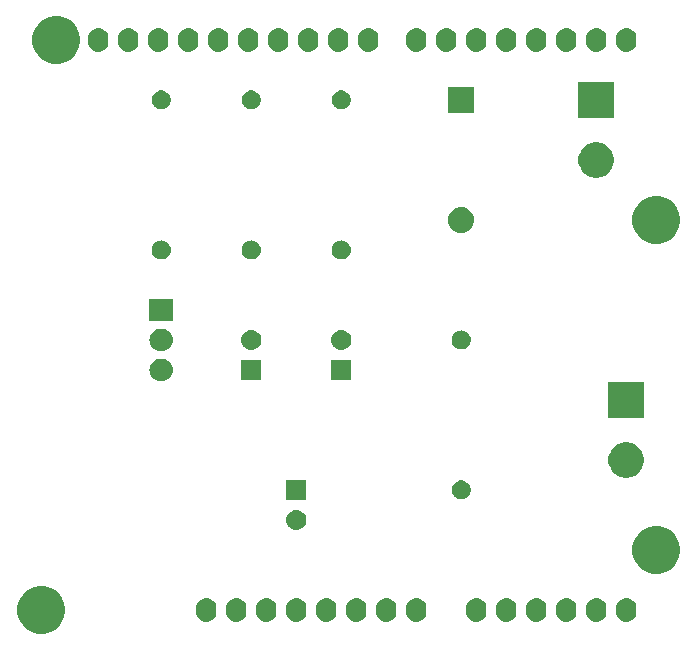
<source format=gts>
G04 #@! TF.GenerationSoftware,KiCad,Pcbnew,(5.0.2)-1*
G04 #@! TF.CreationDate,2018-12-31T00:39:44+01:00*
G04 #@! TF.ProjectId,pcb,7063622e-6b69-4636-9164-5f7063625858,1.1*
G04 #@! TF.SameCoordinates,Original*
G04 #@! TF.FileFunction,Soldermask,Top*
G04 #@! TF.FilePolarity,Negative*
%FSLAX46Y46*%
G04 Gerber Fmt 4.6, Leading zero omitted, Abs format (unit mm)*
G04 Created by KiCad (PCBNEW (5.0.2)-1) date 31/12/2018 00:39:44*
%MOMM*%
%LPD*%
G01*
G04 APERTURE LIST*
%ADD10C,0.100000*%
G04 APERTURE END LIST*
D10*
G36*
X125560712Y-121871088D02*
X125930510Y-122024263D01*
X125930513Y-122024265D01*
X126263325Y-122246643D01*
X126546357Y-122529675D01*
X126730204Y-122804822D01*
X126768737Y-122862490D01*
X126921912Y-123232288D01*
X127000000Y-123624864D01*
X127000000Y-124025136D01*
X126921912Y-124417712D01*
X126768737Y-124787510D01*
X126768735Y-124787513D01*
X126546357Y-125120325D01*
X126263325Y-125403357D01*
X125930513Y-125625735D01*
X125930510Y-125625737D01*
X125560712Y-125778912D01*
X125168136Y-125857000D01*
X124767864Y-125857000D01*
X124375288Y-125778912D01*
X124005490Y-125625737D01*
X124005487Y-125625735D01*
X123672675Y-125403357D01*
X123389643Y-125120325D01*
X123167265Y-124787513D01*
X123167263Y-124787510D01*
X123014088Y-124417712D01*
X122936000Y-124025136D01*
X122936000Y-123624864D01*
X123014088Y-123232288D01*
X123167263Y-122862490D01*
X123205796Y-122804822D01*
X123389643Y-122529675D01*
X123672675Y-122246643D01*
X124005487Y-122024265D01*
X124005490Y-122024263D01*
X124375288Y-121871088D01*
X124767864Y-121793000D01*
X125168136Y-121793000D01*
X125560712Y-121871088D01*
X125560712Y-121871088D01*
G37*
G36*
X139107294Y-122821496D02*
X139227726Y-122858029D01*
X139270087Y-122870879D01*
X139420112Y-122951068D01*
X139551612Y-123058988D01*
X139659532Y-123190488D01*
X139739721Y-123340512D01*
X139752571Y-123382873D01*
X139789104Y-123503305D01*
X139789104Y-123503307D01*
X139801600Y-123630179D01*
X139801600Y-124019820D01*
X139801076Y-124025136D01*
X139789104Y-124146694D01*
X139752571Y-124267128D01*
X139739721Y-124309488D01*
X139659532Y-124459512D01*
X139551612Y-124591012D01*
X139420112Y-124698932D01*
X139270088Y-124779121D01*
X139242433Y-124787510D01*
X139107295Y-124828504D01*
X138994432Y-124839620D01*
X138938001Y-124845178D01*
X138938000Y-124845178D01*
X138768706Y-124828504D01*
X138633568Y-124787510D01*
X138605913Y-124779121D01*
X138455889Y-124698932D01*
X138365946Y-124625117D01*
X138324388Y-124591012D01*
X138216469Y-124459512D01*
X138194127Y-124417713D01*
X138136279Y-124309488D01*
X138123429Y-124267127D01*
X138086896Y-124146695D01*
X138078565Y-124062112D01*
X138074400Y-124019821D01*
X138074400Y-123630180D01*
X138086896Y-123503308D01*
X138086896Y-123503306D01*
X138136278Y-123340517D01*
X138136279Y-123340513D01*
X138216468Y-123190488D01*
X138324388Y-123058988D01*
X138455888Y-122951068D01*
X138605912Y-122870879D01*
X138648273Y-122858029D01*
X138768705Y-122821496D01*
X138881568Y-122810380D01*
X138937999Y-122804822D01*
X138938000Y-122804822D01*
X139107294Y-122821496D01*
X139107294Y-122821496D01*
G37*
G36*
X141647294Y-122821496D02*
X141767726Y-122858029D01*
X141810087Y-122870879D01*
X141960112Y-122951068D01*
X142091612Y-123058988D01*
X142199532Y-123190488D01*
X142279721Y-123340512D01*
X142292571Y-123382873D01*
X142329104Y-123503305D01*
X142329104Y-123503307D01*
X142341600Y-123630179D01*
X142341600Y-124019820D01*
X142341076Y-124025136D01*
X142329104Y-124146694D01*
X142292571Y-124267128D01*
X142279721Y-124309488D01*
X142199532Y-124459512D01*
X142091612Y-124591012D01*
X141960112Y-124698932D01*
X141810088Y-124779121D01*
X141782433Y-124787510D01*
X141647295Y-124828504D01*
X141534432Y-124839620D01*
X141478001Y-124845178D01*
X141478000Y-124845178D01*
X141308706Y-124828504D01*
X141173568Y-124787510D01*
X141145913Y-124779121D01*
X140995889Y-124698932D01*
X140905946Y-124625117D01*
X140864388Y-124591012D01*
X140756469Y-124459512D01*
X140734127Y-124417713D01*
X140676279Y-124309488D01*
X140663429Y-124267127D01*
X140626896Y-124146695D01*
X140618565Y-124062112D01*
X140614400Y-124019821D01*
X140614400Y-123630180D01*
X140626896Y-123503308D01*
X140626896Y-123503306D01*
X140676278Y-123340517D01*
X140676279Y-123340513D01*
X140756468Y-123190488D01*
X140864388Y-123058988D01*
X140995888Y-122951068D01*
X141145912Y-122870879D01*
X141188273Y-122858029D01*
X141308705Y-122821496D01*
X141421568Y-122810380D01*
X141477999Y-122804822D01*
X141478000Y-122804822D01*
X141647294Y-122821496D01*
X141647294Y-122821496D01*
G37*
G36*
X144187294Y-122821496D02*
X144307726Y-122858029D01*
X144350087Y-122870879D01*
X144500112Y-122951068D01*
X144631612Y-123058988D01*
X144739532Y-123190488D01*
X144819721Y-123340512D01*
X144832571Y-123382873D01*
X144869104Y-123503305D01*
X144869104Y-123503307D01*
X144881600Y-123630179D01*
X144881600Y-124019820D01*
X144881076Y-124025136D01*
X144869104Y-124146694D01*
X144832571Y-124267128D01*
X144819721Y-124309488D01*
X144739532Y-124459512D01*
X144631612Y-124591012D01*
X144500112Y-124698932D01*
X144350088Y-124779121D01*
X144322433Y-124787510D01*
X144187295Y-124828504D01*
X144074432Y-124839620D01*
X144018001Y-124845178D01*
X144018000Y-124845178D01*
X143848706Y-124828504D01*
X143713568Y-124787510D01*
X143685913Y-124779121D01*
X143535889Y-124698932D01*
X143445946Y-124625117D01*
X143404388Y-124591012D01*
X143296469Y-124459512D01*
X143274127Y-124417713D01*
X143216279Y-124309488D01*
X143203429Y-124267127D01*
X143166896Y-124146695D01*
X143158565Y-124062112D01*
X143154400Y-124019821D01*
X143154400Y-123630180D01*
X143166896Y-123503308D01*
X143166896Y-123503306D01*
X143216278Y-123340517D01*
X143216279Y-123340513D01*
X143296468Y-123190488D01*
X143404388Y-123058988D01*
X143535888Y-122951068D01*
X143685912Y-122870879D01*
X143728273Y-122858029D01*
X143848705Y-122821496D01*
X143961568Y-122810380D01*
X144017999Y-122804822D01*
X144018000Y-122804822D01*
X144187294Y-122821496D01*
X144187294Y-122821496D01*
G37*
G36*
X146727294Y-122821496D02*
X146847726Y-122858029D01*
X146890087Y-122870879D01*
X147040112Y-122951068D01*
X147171612Y-123058988D01*
X147279532Y-123190488D01*
X147359721Y-123340512D01*
X147372571Y-123382873D01*
X147409104Y-123503305D01*
X147409104Y-123503307D01*
X147421600Y-123630179D01*
X147421600Y-124019820D01*
X147421076Y-124025136D01*
X147409104Y-124146694D01*
X147372571Y-124267128D01*
X147359721Y-124309488D01*
X147279532Y-124459512D01*
X147171612Y-124591012D01*
X147040112Y-124698932D01*
X146890088Y-124779121D01*
X146862433Y-124787510D01*
X146727295Y-124828504D01*
X146614432Y-124839620D01*
X146558001Y-124845178D01*
X146558000Y-124845178D01*
X146388706Y-124828504D01*
X146253568Y-124787510D01*
X146225913Y-124779121D01*
X146075889Y-124698932D01*
X145985946Y-124625117D01*
X145944388Y-124591012D01*
X145836469Y-124459512D01*
X145814127Y-124417713D01*
X145756279Y-124309488D01*
X145743429Y-124267127D01*
X145706896Y-124146695D01*
X145698565Y-124062112D01*
X145694400Y-124019821D01*
X145694400Y-123630180D01*
X145706896Y-123503308D01*
X145706896Y-123503306D01*
X145756278Y-123340517D01*
X145756279Y-123340513D01*
X145836468Y-123190488D01*
X145944388Y-123058988D01*
X146075888Y-122951068D01*
X146225912Y-122870879D01*
X146268273Y-122858029D01*
X146388705Y-122821496D01*
X146501568Y-122810380D01*
X146557999Y-122804822D01*
X146558000Y-122804822D01*
X146727294Y-122821496D01*
X146727294Y-122821496D01*
G37*
G36*
X149267294Y-122821496D02*
X149387726Y-122858029D01*
X149430087Y-122870879D01*
X149580112Y-122951068D01*
X149711612Y-123058988D01*
X149819532Y-123190488D01*
X149899721Y-123340512D01*
X149912571Y-123382873D01*
X149949104Y-123503305D01*
X149949104Y-123503307D01*
X149961600Y-123630179D01*
X149961600Y-124019820D01*
X149961076Y-124025136D01*
X149949104Y-124146694D01*
X149912571Y-124267128D01*
X149899721Y-124309488D01*
X149819532Y-124459512D01*
X149711612Y-124591012D01*
X149580112Y-124698932D01*
X149430088Y-124779121D01*
X149402433Y-124787510D01*
X149267295Y-124828504D01*
X149154432Y-124839620D01*
X149098001Y-124845178D01*
X149098000Y-124845178D01*
X148928706Y-124828504D01*
X148793568Y-124787510D01*
X148765913Y-124779121D01*
X148615889Y-124698932D01*
X148525946Y-124625117D01*
X148484388Y-124591012D01*
X148376469Y-124459512D01*
X148354127Y-124417713D01*
X148296279Y-124309488D01*
X148283429Y-124267127D01*
X148246896Y-124146695D01*
X148238565Y-124062112D01*
X148234400Y-124019821D01*
X148234400Y-123630180D01*
X148246896Y-123503308D01*
X148246896Y-123503306D01*
X148296278Y-123340517D01*
X148296279Y-123340513D01*
X148376468Y-123190488D01*
X148484388Y-123058988D01*
X148615888Y-122951068D01*
X148765912Y-122870879D01*
X148808273Y-122858029D01*
X148928705Y-122821496D01*
X149041568Y-122810380D01*
X149097999Y-122804822D01*
X149098000Y-122804822D01*
X149267294Y-122821496D01*
X149267294Y-122821496D01*
G37*
G36*
X151807294Y-122821496D02*
X151927726Y-122858029D01*
X151970087Y-122870879D01*
X152120112Y-122951068D01*
X152251612Y-123058988D01*
X152359532Y-123190488D01*
X152439721Y-123340512D01*
X152452571Y-123382873D01*
X152489104Y-123503305D01*
X152489104Y-123503307D01*
X152501600Y-123630179D01*
X152501600Y-124019820D01*
X152501076Y-124025136D01*
X152489104Y-124146694D01*
X152452571Y-124267128D01*
X152439721Y-124309488D01*
X152359532Y-124459512D01*
X152251612Y-124591012D01*
X152120112Y-124698932D01*
X151970088Y-124779121D01*
X151942433Y-124787510D01*
X151807295Y-124828504D01*
X151694432Y-124839620D01*
X151638001Y-124845178D01*
X151638000Y-124845178D01*
X151468706Y-124828504D01*
X151333568Y-124787510D01*
X151305913Y-124779121D01*
X151155889Y-124698932D01*
X151065946Y-124625117D01*
X151024388Y-124591012D01*
X150916469Y-124459512D01*
X150894127Y-124417713D01*
X150836279Y-124309488D01*
X150823429Y-124267127D01*
X150786896Y-124146695D01*
X150778565Y-124062112D01*
X150774400Y-124019821D01*
X150774400Y-123630180D01*
X150786896Y-123503308D01*
X150786896Y-123503306D01*
X150836278Y-123340517D01*
X150836279Y-123340513D01*
X150916468Y-123190488D01*
X151024388Y-123058988D01*
X151155888Y-122951068D01*
X151305912Y-122870879D01*
X151348273Y-122858029D01*
X151468705Y-122821496D01*
X151581568Y-122810380D01*
X151637999Y-122804822D01*
X151638000Y-122804822D01*
X151807294Y-122821496D01*
X151807294Y-122821496D01*
G37*
G36*
X154347294Y-122821496D02*
X154467726Y-122858029D01*
X154510087Y-122870879D01*
X154660112Y-122951068D01*
X154791612Y-123058988D01*
X154899532Y-123190488D01*
X154979721Y-123340512D01*
X154992571Y-123382873D01*
X155029104Y-123503305D01*
X155029104Y-123503307D01*
X155041600Y-123630179D01*
X155041600Y-124019820D01*
X155041076Y-124025136D01*
X155029104Y-124146694D01*
X154992571Y-124267128D01*
X154979721Y-124309488D01*
X154899532Y-124459512D01*
X154791612Y-124591012D01*
X154660112Y-124698932D01*
X154510088Y-124779121D01*
X154482433Y-124787510D01*
X154347295Y-124828504D01*
X154234432Y-124839620D01*
X154178001Y-124845178D01*
X154178000Y-124845178D01*
X154008706Y-124828504D01*
X153873568Y-124787510D01*
X153845913Y-124779121D01*
X153695889Y-124698932D01*
X153605946Y-124625117D01*
X153564388Y-124591012D01*
X153456469Y-124459512D01*
X153434127Y-124417713D01*
X153376279Y-124309488D01*
X153363429Y-124267127D01*
X153326896Y-124146695D01*
X153318565Y-124062112D01*
X153314400Y-124019821D01*
X153314400Y-123630180D01*
X153326896Y-123503308D01*
X153326896Y-123503306D01*
X153376278Y-123340517D01*
X153376279Y-123340513D01*
X153456468Y-123190488D01*
X153564388Y-123058988D01*
X153695888Y-122951068D01*
X153845912Y-122870879D01*
X153888273Y-122858029D01*
X154008705Y-122821496D01*
X154121568Y-122810380D01*
X154177999Y-122804822D01*
X154178000Y-122804822D01*
X154347294Y-122821496D01*
X154347294Y-122821496D01*
G37*
G36*
X156887294Y-122821496D02*
X157007726Y-122858029D01*
X157050087Y-122870879D01*
X157200112Y-122951068D01*
X157331612Y-123058988D01*
X157439532Y-123190488D01*
X157519721Y-123340512D01*
X157532571Y-123382873D01*
X157569104Y-123503305D01*
X157569104Y-123503307D01*
X157581600Y-123630179D01*
X157581600Y-124019820D01*
X157581076Y-124025136D01*
X157569104Y-124146694D01*
X157532571Y-124267128D01*
X157519721Y-124309488D01*
X157439532Y-124459512D01*
X157331612Y-124591012D01*
X157200112Y-124698932D01*
X157050088Y-124779121D01*
X157022433Y-124787510D01*
X156887295Y-124828504D01*
X156774432Y-124839620D01*
X156718001Y-124845178D01*
X156718000Y-124845178D01*
X156548706Y-124828504D01*
X156413568Y-124787510D01*
X156385913Y-124779121D01*
X156235889Y-124698932D01*
X156145946Y-124625117D01*
X156104388Y-124591012D01*
X155996469Y-124459512D01*
X155974127Y-124417713D01*
X155916279Y-124309488D01*
X155903429Y-124267127D01*
X155866896Y-124146695D01*
X155858565Y-124062112D01*
X155854400Y-124019821D01*
X155854400Y-123630180D01*
X155866896Y-123503308D01*
X155866896Y-123503306D01*
X155916278Y-123340517D01*
X155916279Y-123340513D01*
X155996468Y-123190488D01*
X156104388Y-123058988D01*
X156235888Y-122951068D01*
X156385912Y-122870879D01*
X156428273Y-122858029D01*
X156548705Y-122821496D01*
X156661568Y-122810380D01*
X156717999Y-122804822D01*
X156718000Y-122804822D01*
X156887294Y-122821496D01*
X156887294Y-122821496D01*
G37*
G36*
X161967294Y-122821496D02*
X162087726Y-122858029D01*
X162130087Y-122870879D01*
X162280112Y-122951068D01*
X162411612Y-123058988D01*
X162519532Y-123190488D01*
X162599721Y-123340512D01*
X162612571Y-123382873D01*
X162649104Y-123503305D01*
X162649104Y-123503307D01*
X162661600Y-123630179D01*
X162661600Y-124019820D01*
X162661076Y-124025136D01*
X162649104Y-124146694D01*
X162612571Y-124267128D01*
X162599721Y-124309488D01*
X162519532Y-124459512D01*
X162411612Y-124591012D01*
X162280112Y-124698932D01*
X162130088Y-124779121D01*
X162102433Y-124787510D01*
X161967295Y-124828504D01*
X161854432Y-124839620D01*
X161798001Y-124845178D01*
X161798000Y-124845178D01*
X161628706Y-124828504D01*
X161493568Y-124787510D01*
X161465913Y-124779121D01*
X161315889Y-124698932D01*
X161225946Y-124625117D01*
X161184388Y-124591012D01*
X161076469Y-124459512D01*
X161054127Y-124417713D01*
X160996279Y-124309488D01*
X160983429Y-124267127D01*
X160946896Y-124146695D01*
X160938565Y-124062112D01*
X160934400Y-124019821D01*
X160934400Y-123630180D01*
X160946896Y-123503308D01*
X160946896Y-123503306D01*
X160996278Y-123340517D01*
X160996279Y-123340513D01*
X161076468Y-123190488D01*
X161184388Y-123058988D01*
X161315888Y-122951068D01*
X161465912Y-122870879D01*
X161508273Y-122858029D01*
X161628705Y-122821496D01*
X161741568Y-122810380D01*
X161797999Y-122804822D01*
X161798000Y-122804822D01*
X161967294Y-122821496D01*
X161967294Y-122821496D01*
G37*
G36*
X164507294Y-122821496D02*
X164627726Y-122858029D01*
X164670087Y-122870879D01*
X164820112Y-122951068D01*
X164951612Y-123058988D01*
X165059532Y-123190488D01*
X165139721Y-123340512D01*
X165152571Y-123382873D01*
X165189104Y-123503305D01*
X165189104Y-123503307D01*
X165201600Y-123630179D01*
X165201600Y-124019820D01*
X165201076Y-124025136D01*
X165189104Y-124146694D01*
X165152571Y-124267128D01*
X165139721Y-124309488D01*
X165059532Y-124459512D01*
X164951612Y-124591012D01*
X164820112Y-124698932D01*
X164670088Y-124779121D01*
X164642433Y-124787510D01*
X164507295Y-124828504D01*
X164394432Y-124839620D01*
X164338001Y-124845178D01*
X164338000Y-124845178D01*
X164168706Y-124828504D01*
X164033568Y-124787510D01*
X164005913Y-124779121D01*
X163855889Y-124698932D01*
X163765946Y-124625117D01*
X163724388Y-124591012D01*
X163616469Y-124459512D01*
X163594127Y-124417713D01*
X163536279Y-124309488D01*
X163523429Y-124267127D01*
X163486896Y-124146695D01*
X163478565Y-124062112D01*
X163474400Y-124019821D01*
X163474400Y-123630180D01*
X163486896Y-123503308D01*
X163486896Y-123503306D01*
X163536278Y-123340517D01*
X163536279Y-123340513D01*
X163616468Y-123190488D01*
X163724388Y-123058988D01*
X163855888Y-122951068D01*
X164005912Y-122870879D01*
X164048273Y-122858029D01*
X164168705Y-122821496D01*
X164281568Y-122810380D01*
X164337999Y-122804822D01*
X164338000Y-122804822D01*
X164507294Y-122821496D01*
X164507294Y-122821496D01*
G37*
G36*
X167047294Y-122821496D02*
X167167726Y-122858029D01*
X167210087Y-122870879D01*
X167360112Y-122951068D01*
X167491612Y-123058988D01*
X167599532Y-123190488D01*
X167679721Y-123340512D01*
X167692571Y-123382873D01*
X167729104Y-123503305D01*
X167729104Y-123503307D01*
X167741600Y-123630179D01*
X167741600Y-124019820D01*
X167741076Y-124025136D01*
X167729104Y-124146694D01*
X167692571Y-124267128D01*
X167679721Y-124309488D01*
X167599532Y-124459512D01*
X167491612Y-124591012D01*
X167360112Y-124698932D01*
X167210088Y-124779121D01*
X167182433Y-124787510D01*
X167047295Y-124828504D01*
X166934432Y-124839620D01*
X166878001Y-124845178D01*
X166878000Y-124845178D01*
X166708706Y-124828504D01*
X166573568Y-124787510D01*
X166545913Y-124779121D01*
X166395889Y-124698932D01*
X166305946Y-124625117D01*
X166264388Y-124591012D01*
X166156469Y-124459512D01*
X166134127Y-124417713D01*
X166076279Y-124309488D01*
X166063429Y-124267127D01*
X166026896Y-124146695D01*
X166018565Y-124062112D01*
X166014400Y-124019821D01*
X166014400Y-123630180D01*
X166026896Y-123503308D01*
X166026896Y-123503306D01*
X166076278Y-123340517D01*
X166076279Y-123340513D01*
X166156468Y-123190488D01*
X166264388Y-123058988D01*
X166395888Y-122951068D01*
X166545912Y-122870879D01*
X166588273Y-122858029D01*
X166708705Y-122821496D01*
X166821568Y-122810380D01*
X166877999Y-122804822D01*
X166878000Y-122804822D01*
X167047294Y-122821496D01*
X167047294Y-122821496D01*
G37*
G36*
X169587294Y-122821496D02*
X169707726Y-122858029D01*
X169750087Y-122870879D01*
X169900112Y-122951068D01*
X170031612Y-123058988D01*
X170139532Y-123190488D01*
X170219721Y-123340512D01*
X170232571Y-123382873D01*
X170269104Y-123503305D01*
X170269104Y-123503307D01*
X170281600Y-123630179D01*
X170281600Y-124019820D01*
X170281076Y-124025136D01*
X170269104Y-124146694D01*
X170232571Y-124267128D01*
X170219721Y-124309488D01*
X170139532Y-124459512D01*
X170031612Y-124591012D01*
X169900112Y-124698932D01*
X169750088Y-124779121D01*
X169722433Y-124787510D01*
X169587295Y-124828504D01*
X169474432Y-124839620D01*
X169418001Y-124845178D01*
X169418000Y-124845178D01*
X169248706Y-124828504D01*
X169113568Y-124787510D01*
X169085913Y-124779121D01*
X168935889Y-124698932D01*
X168845946Y-124625117D01*
X168804388Y-124591012D01*
X168696469Y-124459512D01*
X168674127Y-124417713D01*
X168616279Y-124309488D01*
X168603429Y-124267127D01*
X168566896Y-124146695D01*
X168558565Y-124062112D01*
X168554400Y-124019821D01*
X168554400Y-123630180D01*
X168566896Y-123503308D01*
X168566896Y-123503306D01*
X168616278Y-123340517D01*
X168616279Y-123340513D01*
X168696468Y-123190488D01*
X168804388Y-123058988D01*
X168935888Y-122951068D01*
X169085912Y-122870879D01*
X169128273Y-122858029D01*
X169248705Y-122821496D01*
X169361568Y-122810380D01*
X169417999Y-122804822D01*
X169418000Y-122804822D01*
X169587294Y-122821496D01*
X169587294Y-122821496D01*
G37*
G36*
X172127294Y-122821496D02*
X172247726Y-122858029D01*
X172290087Y-122870879D01*
X172440112Y-122951068D01*
X172571612Y-123058988D01*
X172679532Y-123190488D01*
X172759721Y-123340512D01*
X172772571Y-123382873D01*
X172809104Y-123503305D01*
X172809104Y-123503307D01*
X172821600Y-123630179D01*
X172821600Y-124019820D01*
X172821076Y-124025136D01*
X172809104Y-124146694D01*
X172772571Y-124267128D01*
X172759721Y-124309488D01*
X172679532Y-124459512D01*
X172571612Y-124591012D01*
X172440112Y-124698932D01*
X172290088Y-124779121D01*
X172262433Y-124787510D01*
X172127295Y-124828504D01*
X172014432Y-124839620D01*
X171958001Y-124845178D01*
X171958000Y-124845178D01*
X171788706Y-124828504D01*
X171653568Y-124787510D01*
X171625913Y-124779121D01*
X171475889Y-124698932D01*
X171385946Y-124625117D01*
X171344388Y-124591012D01*
X171236469Y-124459512D01*
X171214127Y-124417713D01*
X171156279Y-124309488D01*
X171143429Y-124267127D01*
X171106896Y-124146695D01*
X171098565Y-124062112D01*
X171094400Y-124019821D01*
X171094400Y-123630180D01*
X171106896Y-123503308D01*
X171106896Y-123503306D01*
X171156278Y-123340517D01*
X171156279Y-123340513D01*
X171236468Y-123190488D01*
X171344388Y-123058988D01*
X171475888Y-122951068D01*
X171625912Y-122870879D01*
X171668273Y-122858029D01*
X171788705Y-122821496D01*
X171901568Y-122810380D01*
X171957999Y-122804822D01*
X171958000Y-122804822D01*
X172127294Y-122821496D01*
X172127294Y-122821496D01*
G37*
G36*
X174667294Y-122821496D02*
X174787726Y-122858029D01*
X174830087Y-122870879D01*
X174980112Y-122951068D01*
X175111612Y-123058988D01*
X175219532Y-123190488D01*
X175299721Y-123340512D01*
X175312571Y-123382873D01*
X175349104Y-123503305D01*
X175349104Y-123503307D01*
X175361600Y-123630179D01*
X175361600Y-124019820D01*
X175361076Y-124025136D01*
X175349104Y-124146694D01*
X175312571Y-124267128D01*
X175299721Y-124309488D01*
X175219532Y-124459512D01*
X175111612Y-124591012D01*
X174980112Y-124698932D01*
X174830088Y-124779121D01*
X174802433Y-124787510D01*
X174667295Y-124828504D01*
X174554432Y-124839620D01*
X174498001Y-124845178D01*
X174498000Y-124845178D01*
X174328706Y-124828504D01*
X174193568Y-124787510D01*
X174165913Y-124779121D01*
X174015889Y-124698932D01*
X173925946Y-124625117D01*
X173884388Y-124591012D01*
X173776469Y-124459512D01*
X173754127Y-124417713D01*
X173696279Y-124309488D01*
X173683429Y-124267127D01*
X173646896Y-124146695D01*
X173638565Y-124062112D01*
X173634400Y-124019821D01*
X173634400Y-123630180D01*
X173646896Y-123503308D01*
X173646896Y-123503306D01*
X173696278Y-123340517D01*
X173696279Y-123340513D01*
X173776468Y-123190488D01*
X173884388Y-123058988D01*
X174015888Y-122951068D01*
X174165912Y-122870879D01*
X174208273Y-122858029D01*
X174328705Y-122821496D01*
X174441568Y-122810380D01*
X174497999Y-122804822D01*
X174498000Y-122804822D01*
X174667294Y-122821496D01*
X174667294Y-122821496D01*
G37*
G36*
X177630712Y-116791088D02*
X178000510Y-116944263D01*
X178000513Y-116944265D01*
X178333325Y-117166643D01*
X178616357Y-117449675D01*
X178838735Y-117782487D01*
X178838737Y-117782490D01*
X178991912Y-118152288D01*
X179070000Y-118544864D01*
X179070000Y-118945136D01*
X178991912Y-119337712D01*
X178838737Y-119707510D01*
X178838735Y-119707513D01*
X178616357Y-120040325D01*
X178333325Y-120323357D01*
X178000513Y-120545735D01*
X178000510Y-120545737D01*
X177630712Y-120698912D01*
X177238136Y-120777000D01*
X176837864Y-120777000D01*
X176445288Y-120698912D01*
X176075490Y-120545737D01*
X176075487Y-120545735D01*
X175742675Y-120323357D01*
X175459643Y-120040325D01*
X175237265Y-119707513D01*
X175237263Y-119707510D01*
X175084088Y-119337712D01*
X175006000Y-118945136D01*
X175006000Y-118544864D01*
X175084088Y-118152288D01*
X175237263Y-117782490D01*
X175237265Y-117782487D01*
X175459643Y-117449675D01*
X175742675Y-117166643D01*
X176075487Y-116944265D01*
X176075490Y-116944263D01*
X176445288Y-116791088D01*
X176837864Y-116713000D01*
X177238136Y-116713000D01*
X177630712Y-116791088D01*
X177630712Y-116791088D01*
G37*
G36*
X146724630Y-115367299D02*
X146884855Y-115415903D01*
X147032520Y-115494831D01*
X147161949Y-115601051D01*
X147268169Y-115730480D01*
X147347097Y-115878145D01*
X147395701Y-116038370D01*
X147412112Y-116205000D01*
X147395701Y-116371630D01*
X147347097Y-116531855D01*
X147268169Y-116679520D01*
X147161949Y-116808949D01*
X147032520Y-116915169D01*
X146884855Y-116994097D01*
X146724630Y-117042701D01*
X146599752Y-117055000D01*
X146516248Y-117055000D01*
X146391370Y-117042701D01*
X146231145Y-116994097D01*
X146083480Y-116915169D01*
X145954051Y-116808949D01*
X145847831Y-116679520D01*
X145768903Y-116531855D01*
X145720299Y-116371630D01*
X145703888Y-116205000D01*
X145720299Y-116038370D01*
X145768903Y-115878145D01*
X145847831Y-115730480D01*
X145954051Y-115601051D01*
X146083480Y-115494831D01*
X146231145Y-115415903D01*
X146391370Y-115367299D01*
X146516248Y-115355000D01*
X146599752Y-115355000D01*
X146724630Y-115367299D01*
X146724630Y-115367299D01*
G37*
G36*
X147408000Y-114515000D02*
X145708000Y-114515000D01*
X145708000Y-112815000D01*
X147408000Y-112815000D01*
X147408000Y-114515000D01*
X147408000Y-114515000D01*
G37*
G36*
X160761352Y-112895743D02*
X160906941Y-112956048D01*
X161037973Y-113043601D01*
X161149399Y-113155027D01*
X161236952Y-113286059D01*
X161297257Y-113431648D01*
X161328000Y-113586205D01*
X161328000Y-113743795D01*
X161297257Y-113898352D01*
X161236952Y-114043941D01*
X161149399Y-114174973D01*
X161037973Y-114286399D01*
X160906941Y-114373952D01*
X160761352Y-114434257D01*
X160606795Y-114465000D01*
X160449205Y-114465000D01*
X160294648Y-114434257D01*
X160149059Y-114373952D01*
X160018027Y-114286399D01*
X159906601Y-114174973D01*
X159819048Y-114043941D01*
X159758743Y-113898352D01*
X159728000Y-113743795D01*
X159728000Y-113586205D01*
X159758743Y-113431648D01*
X159819048Y-113286059D01*
X159906601Y-113155027D01*
X160018027Y-113043601D01*
X160149059Y-112956048D01*
X160294648Y-112895743D01*
X160449205Y-112865000D01*
X160606795Y-112865000D01*
X160761352Y-112895743D01*
X160761352Y-112895743D01*
G37*
G36*
X174838935Y-109663429D02*
X174935534Y-109682644D01*
X175208517Y-109795717D01*
X175450920Y-109957687D01*
X175454197Y-109959876D01*
X175663124Y-110168803D01*
X175827284Y-110414485D01*
X175940356Y-110687467D01*
X175998000Y-110977261D01*
X175998000Y-111272739D01*
X175940356Y-111562533D01*
X175827284Y-111835515D01*
X175663124Y-112081197D01*
X175454197Y-112290124D01*
X175454194Y-112290126D01*
X175208517Y-112454283D01*
X174935534Y-112567356D01*
X174838935Y-112586571D01*
X174645739Y-112625000D01*
X174350261Y-112625000D01*
X174157065Y-112586571D01*
X174060466Y-112567356D01*
X173787483Y-112454283D01*
X173541806Y-112290126D01*
X173541803Y-112290124D01*
X173332876Y-112081197D01*
X173168716Y-111835515D01*
X173055644Y-111562533D01*
X172998000Y-111272739D01*
X172998000Y-110977261D01*
X173055644Y-110687467D01*
X173168716Y-110414485D01*
X173332876Y-110168803D01*
X173541803Y-109959876D01*
X173545080Y-109957687D01*
X173787483Y-109795717D01*
X174060466Y-109682644D01*
X174157065Y-109663429D01*
X174350261Y-109625000D01*
X174645739Y-109625000D01*
X174838935Y-109663429D01*
X174838935Y-109663429D01*
G37*
G36*
X175998000Y-107545000D02*
X172998000Y-107545000D01*
X172998000Y-104545000D01*
X175998000Y-104545000D01*
X175998000Y-107545000D01*
X175998000Y-107545000D01*
G37*
G36*
X135362224Y-102566282D02*
X135541769Y-102620747D01*
X135707241Y-102709193D01*
X135852278Y-102828222D01*
X135971307Y-102973259D01*
X136059753Y-103138731D01*
X136114218Y-103318276D01*
X136132608Y-103505000D01*
X136114218Y-103691724D01*
X136059753Y-103871269D01*
X135971307Y-104036741D01*
X135852278Y-104181778D01*
X135707241Y-104300807D01*
X135541769Y-104389253D01*
X135362224Y-104443718D01*
X135222289Y-104457500D01*
X135033711Y-104457500D01*
X134893776Y-104443718D01*
X134714231Y-104389253D01*
X134548759Y-104300807D01*
X134403722Y-104181778D01*
X134284693Y-104036741D01*
X134196247Y-103871269D01*
X134141782Y-103691724D01*
X134123392Y-103505000D01*
X134141782Y-103318276D01*
X134196247Y-103138731D01*
X134284693Y-102973259D01*
X134403722Y-102828222D01*
X134548759Y-102709193D01*
X134714231Y-102620747D01*
X134893776Y-102566282D01*
X135033711Y-102552500D01*
X135222289Y-102552500D01*
X135362224Y-102566282D01*
X135362224Y-102566282D01*
G37*
G36*
X143598000Y-104355000D02*
X141898000Y-104355000D01*
X141898000Y-102655000D01*
X143598000Y-102655000D01*
X143598000Y-104355000D01*
X143598000Y-104355000D01*
G37*
G36*
X151218000Y-104355000D02*
X149518000Y-104355000D01*
X149518000Y-102655000D01*
X151218000Y-102655000D01*
X151218000Y-104355000D01*
X151218000Y-104355000D01*
G37*
G36*
X135362224Y-100026282D02*
X135541769Y-100080747D01*
X135707241Y-100169193D01*
X135852278Y-100288222D01*
X135971307Y-100433259D01*
X136059753Y-100598731D01*
X136114218Y-100778276D01*
X136132608Y-100965000D01*
X136114218Y-101151724D01*
X136059753Y-101331269D01*
X135971307Y-101496741D01*
X135852278Y-101641778D01*
X135707241Y-101760807D01*
X135541769Y-101849253D01*
X135362224Y-101903718D01*
X135222289Y-101917500D01*
X135033711Y-101917500D01*
X134893776Y-101903718D01*
X134714231Y-101849253D01*
X134548759Y-101760807D01*
X134403722Y-101641778D01*
X134284693Y-101496741D01*
X134196247Y-101331269D01*
X134141782Y-101151724D01*
X134123392Y-100965000D01*
X134141782Y-100778276D01*
X134196247Y-100598731D01*
X134284693Y-100433259D01*
X134403722Y-100288222D01*
X134548759Y-100169193D01*
X134714231Y-100080747D01*
X134893776Y-100026282D01*
X135033711Y-100012500D01*
X135222289Y-100012500D01*
X135362224Y-100026282D01*
X135362224Y-100026282D01*
G37*
G36*
X142914630Y-100127299D02*
X143074855Y-100175903D01*
X143222520Y-100254831D01*
X143351949Y-100361051D01*
X143458169Y-100490480D01*
X143537097Y-100638145D01*
X143585701Y-100798370D01*
X143602112Y-100965000D01*
X143585701Y-101131630D01*
X143537097Y-101291855D01*
X143458169Y-101439520D01*
X143351949Y-101568949D01*
X143222520Y-101675169D01*
X143074855Y-101754097D01*
X142914630Y-101802701D01*
X142789752Y-101815000D01*
X142706248Y-101815000D01*
X142581370Y-101802701D01*
X142421145Y-101754097D01*
X142273480Y-101675169D01*
X142144051Y-101568949D01*
X142037831Y-101439520D01*
X141958903Y-101291855D01*
X141910299Y-101131630D01*
X141893888Y-100965000D01*
X141910299Y-100798370D01*
X141958903Y-100638145D01*
X142037831Y-100490480D01*
X142144051Y-100361051D01*
X142273480Y-100254831D01*
X142421145Y-100175903D01*
X142581370Y-100127299D01*
X142706248Y-100115000D01*
X142789752Y-100115000D01*
X142914630Y-100127299D01*
X142914630Y-100127299D01*
G37*
G36*
X150534630Y-100127299D02*
X150694855Y-100175903D01*
X150842520Y-100254831D01*
X150971949Y-100361051D01*
X151078169Y-100490480D01*
X151157097Y-100638145D01*
X151205701Y-100798370D01*
X151222112Y-100965000D01*
X151205701Y-101131630D01*
X151157097Y-101291855D01*
X151078169Y-101439520D01*
X150971949Y-101568949D01*
X150842520Y-101675169D01*
X150694855Y-101754097D01*
X150534630Y-101802701D01*
X150409752Y-101815000D01*
X150326248Y-101815000D01*
X150201370Y-101802701D01*
X150041145Y-101754097D01*
X149893480Y-101675169D01*
X149764051Y-101568949D01*
X149657831Y-101439520D01*
X149578903Y-101291855D01*
X149530299Y-101131630D01*
X149513888Y-100965000D01*
X149530299Y-100798370D01*
X149578903Y-100638145D01*
X149657831Y-100490480D01*
X149764051Y-100361051D01*
X149893480Y-100254831D01*
X150041145Y-100175903D01*
X150201370Y-100127299D01*
X150326248Y-100115000D01*
X150409752Y-100115000D01*
X150534630Y-100127299D01*
X150534630Y-100127299D01*
G37*
G36*
X160645649Y-100172717D02*
X160684827Y-100176576D01*
X160760228Y-100199449D01*
X160835629Y-100222321D01*
X160974608Y-100296608D01*
X161096422Y-100396578D01*
X161196392Y-100518392D01*
X161270679Y-100657371D01*
X161270679Y-100657372D01*
X161316424Y-100808173D01*
X161331870Y-100965000D01*
X161316424Y-101121827D01*
X161313450Y-101131630D01*
X161270679Y-101272629D01*
X161196392Y-101411608D01*
X161096422Y-101533422D01*
X160974608Y-101633392D01*
X160835629Y-101707679D01*
X160760228Y-101730551D01*
X160684827Y-101753424D01*
X160645649Y-101757283D01*
X160567295Y-101765000D01*
X160488705Y-101765000D01*
X160410351Y-101757283D01*
X160371173Y-101753424D01*
X160295772Y-101730551D01*
X160220371Y-101707679D01*
X160081392Y-101633392D01*
X159959578Y-101533422D01*
X159859608Y-101411608D01*
X159785321Y-101272629D01*
X159742550Y-101131630D01*
X159739576Y-101121827D01*
X159724130Y-100965000D01*
X159739576Y-100808173D01*
X159785321Y-100657372D01*
X159785321Y-100657371D01*
X159859608Y-100518392D01*
X159959578Y-100396578D01*
X160081392Y-100296608D01*
X160220371Y-100222321D01*
X160295772Y-100199449D01*
X160371173Y-100176576D01*
X160410351Y-100172717D01*
X160488705Y-100165000D01*
X160567295Y-100165000D01*
X160645649Y-100172717D01*
X160645649Y-100172717D01*
G37*
G36*
X136128000Y-99377500D02*
X134128000Y-99377500D01*
X134128000Y-97472500D01*
X136128000Y-97472500D01*
X136128000Y-99377500D01*
X136128000Y-99377500D01*
G37*
G36*
X135245649Y-92552717D02*
X135284827Y-92556576D01*
X135360228Y-92579449D01*
X135435629Y-92602321D01*
X135574608Y-92676608D01*
X135696422Y-92776578D01*
X135796392Y-92898392D01*
X135870679Y-93037371D01*
X135916424Y-93188174D01*
X135931870Y-93345000D01*
X135916424Y-93501826D01*
X135870679Y-93652629D01*
X135796392Y-93791608D01*
X135696422Y-93913422D01*
X135574608Y-94013392D01*
X135435629Y-94087679D01*
X135360228Y-94110551D01*
X135284827Y-94133424D01*
X135245649Y-94137283D01*
X135167295Y-94145000D01*
X135088705Y-94145000D01*
X135010351Y-94137283D01*
X134971173Y-94133424D01*
X134895772Y-94110551D01*
X134820371Y-94087679D01*
X134681392Y-94013392D01*
X134559578Y-93913422D01*
X134459608Y-93791608D01*
X134385321Y-93652629D01*
X134339576Y-93501826D01*
X134324130Y-93345000D01*
X134339576Y-93188174D01*
X134385321Y-93037371D01*
X134459608Y-92898392D01*
X134559578Y-92776578D01*
X134681392Y-92676608D01*
X134820371Y-92602321D01*
X134895772Y-92579449D01*
X134971173Y-92556576D01*
X135010351Y-92552717D01*
X135088705Y-92545000D01*
X135167295Y-92545000D01*
X135245649Y-92552717D01*
X135245649Y-92552717D01*
G37*
G36*
X150485649Y-92552717D02*
X150524827Y-92556576D01*
X150600228Y-92579449D01*
X150675629Y-92602321D01*
X150814608Y-92676608D01*
X150936422Y-92776578D01*
X151036392Y-92898392D01*
X151110679Y-93037371D01*
X151156424Y-93188174D01*
X151171870Y-93345000D01*
X151156424Y-93501826D01*
X151110679Y-93652629D01*
X151036392Y-93791608D01*
X150936422Y-93913422D01*
X150814608Y-94013392D01*
X150675629Y-94087679D01*
X150600228Y-94110551D01*
X150524827Y-94133424D01*
X150485649Y-94137283D01*
X150407295Y-94145000D01*
X150328705Y-94145000D01*
X150250351Y-94137283D01*
X150211173Y-94133424D01*
X150135772Y-94110551D01*
X150060371Y-94087679D01*
X149921392Y-94013392D01*
X149799578Y-93913422D01*
X149699608Y-93791608D01*
X149625321Y-93652629D01*
X149579576Y-93501826D01*
X149564130Y-93345000D01*
X149579576Y-93188174D01*
X149625321Y-93037371D01*
X149699608Y-92898392D01*
X149799578Y-92776578D01*
X149921392Y-92676608D01*
X150060371Y-92602321D01*
X150135772Y-92579449D01*
X150211173Y-92556576D01*
X150250351Y-92552717D01*
X150328705Y-92545000D01*
X150407295Y-92545000D01*
X150485649Y-92552717D01*
X150485649Y-92552717D01*
G37*
G36*
X142865649Y-92552717D02*
X142904827Y-92556576D01*
X142980228Y-92579449D01*
X143055629Y-92602321D01*
X143194608Y-92676608D01*
X143316422Y-92776578D01*
X143416392Y-92898392D01*
X143490679Y-93037371D01*
X143536424Y-93188174D01*
X143551870Y-93345000D01*
X143536424Y-93501826D01*
X143490679Y-93652629D01*
X143416392Y-93791608D01*
X143316422Y-93913422D01*
X143194608Y-94013392D01*
X143055629Y-94087679D01*
X142980228Y-94110551D01*
X142904827Y-94133424D01*
X142865649Y-94137283D01*
X142787295Y-94145000D01*
X142708705Y-94145000D01*
X142630351Y-94137283D01*
X142591173Y-94133424D01*
X142515772Y-94110551D01*
X142440371Y-94087679D01*
X142301392Y-94013392D01*
X142179578Y-93913422D01*
X142079608Y-93791608D01*
X142005321Y-93652629D01*
X141959576Y-93501826D01*
X141944130Y-93345000D01*
X141959576Y-93188174D01*
X142005321Y-93037371D01*
X142079608Y-92898392D01*
X142179578Y-92776578D01*
X142301392Y-92676608D01*
X142440371Y-92602321D01*
X142515772Y-92579449D01*
X142591173Y-92556576D01*
X142630351Y-92552717D01*
X142708705Y-92545000D01*
X142787295Y-92545000D01*
X142865649Y-92552717D01*
X142865649Y-92552717D01*
G37*
G36*
X177630712Y-88851088D02*
X178000510Y-89004263D01*
X178000513Y-89004265D01*
X178333325Y-89226643D01*
X178616357Y-89509675D01*
X178799532Y-89783816D01*
X178838737Y-89842490D01*
X178991912Y-90212288D01*
X179070000Y-90604864D01*
X179070000Y-91005136D01*
X178991912Y-91397712D01*
X178838737Y-91767510D01*
X178838735Y-91767513D01*
X178616357Y-92100325D01*
X178333325Y-92383357D01*
X178005622Y-92602321D01*
X178000510Y-92605737D01*
X177630712Y-92758912D01*
X177238136Y-92837000D01*
X176837864Y-92837000D01*
X176445288Y-92758912D01*
X176075490Y-92605737D01*
X176070378Y-92602321D01*
X175742675Y-92383357D01*
X175459643Y-92100325D01*
X175237265Y-91767513D01*
X175237263Y-91767510D01*
X175084088Y-91397712D01*
X175006000Y-91005136D01*
X175006000Y-90604864D01*
X175084088Y-90212288D01*
X175237263Y-89842490D01*
X175276468Y-89783816D01*
X175459643Y-89509675D01*
X175742675Y-89226643D01*
X176075487Y-89004265D01*
X176075490Y-89004263D01*
X176445288Y-88851088D01*
X176837864Y-88773000D01*
X177238136Y-88773000D01*
X177630712Y-88851088D01*
X177630712Y-88851088D01*
G37*
G36*
X160743639Y-89720916D02*
X160950986Y-89783815D01*
X160950988Y-89783816D01*
X161142084Y-89885958D01*
X161309581Y-90023419D01*
X161447042Y-90190916D01*
X161549184Y-90382012D01*
X161612084Y-90589362D01*
X161633322Y-90805000D01*
X161612084Y-91020638D01*
X161549184Y-91227988D01*
X161447042Y-91419084D01*
X161309581Y-91586581D01*
X161142084Y-91724042D01*
X160950988Y-91826184D01*
X160950986Y-91826185D01*
X160743639Y-91889084D01*
X160582038Y-91905000D01*
X160473962Y-91905000D01*
X160312361Y-91889084D01*
X160105014Y-91826185D01*
X160105012Y-91826184D01*
X159913916Y-91724042D01*
X159746419Y-91586581D01*
X159608958Y-91419084D01*
X159506816Y-91227988D01*
X159443916Y-91020638D01*
X159422678Y-90805000D01*
X159443916Y-90589362D01*
X159506816Y-90382012D01*
X159608958Y-90190916D01*
X159746419Y-90023419D01*
X159913916Y-89885958D01*
X160105012Y-89783816D01*
X160105014Y-89783815D01*
X160312361Y-89720916D01*
X160473962Y-89705000D01*
X160582038Y-89705000D01*
X160743639Y-89720916D01*
X160743639Y-89720916D01*
G37*
G36*
X172298935Y-84263429D02*
X172395534Y-84282644D01*
X172668517Y-84395717D01*
X172910920Y-84557687D01*
X172914197Y-84559876D01*
X173123124Y-84768803D01*
X173287284Y-85014485D01*
X173400356Y-85287467D01*
X173458000Y-85577261D01*
X173458000Y-85872739D01*
X173400356Y-86162533D01*
X173287284Y-86435515D01*
X173123124Y-86681197D01*
X172914197Y-86890124D01*
X172914194Y-86890126D01*
X172668517Y-87054283D01*
X172395534Y-87167356D01*
X172298935Y-87186571D01*
X172105739Y-87225000D01*
X171810261Y-87225000D01*
X171617065Y-87186571D01*
X171520466Y-87167356D01*
X171247483Y-87054283D01*
X171001806Y-86890126D01*
X171001803Y-86890124D01*
X170792876Y-86681197D01*
X170628716Y-86435515D01*
X170515644Y-86162533D01*
X170458000Y-85872739D01*
X170458000Y-85577261D01*
X170515644Y-85287467D01*
X170628716Y-85014485D01*
X170792876Y-84768803D01*
X171001803Y-84559876D01*
X171005080Y-84557687D01*
X171247483Y-84395717D01*
X171520466Y-84282644D01*
X171617065Y-84263429D01*
X171810261Y-84225000D01*
X172105739Y-84225000D01*
X172298935Y-84263429D01*
X172298935Y-84263429D01*
G37*
G36*
X173458000Y-82145000D02*
X170458000Y-82145000D01*
X170458000Y-79145000D01*
X173458000Y-79145000D01*
X173458000Y-82145000D01*
X173458000Y-82145000D01*
G37*
G36*
X161628000Y-81745000D02*
X159428000Y-81745000D01*
X159428000Y-79545000D01*
X161628000Y-79545000D01*
X161628000Y-81745000D01*
X161628000Y-81745000D01*
G37*
G36*
X135361352Y-79875743D02*
X135506941Y-79936048D01*
X135637973Y-80023601D01*
X135749399Y-80135027D01*
X135836952Y-80266059D01*
X135897257Y-80411648D01*
X135928000Y-80566205D01*
X135928000Y-80723795D01*
X135897257Y-80878352D01*
X135836952Y-81023941D01*
X135749399Y-81154973D01*
X135637973Y-81266399D01*
X135506941Y-81353952D01*
X135361352Y-81414257D01*
X135206795Y-81445000D01*
X135049205Y-81445000D01*
X134894648Y-81414257D01*
X134749059Y-81353952D01*
X134618027Y-81266399D01*
X134506601Y-81154973D01*
X134419048Y-81023941D01*
X134358743Y-80878352D01*
X134328000Y-80723795D01*
X134328000Y-80566205D01*
X134358743Y-80411648D01*
X134419048Y-80266059D01*
X134506601Y-80135027D01*
X134618027Y-80023601D01*
X134749059Y-79936048D01*
X134894648Y-79875743D01*
X135049205Y-79845000D01*
X135206795Y-79845000D01*
X135361352Y-79875743D01*
X135361352Y-79875743D01*
G37*
G36*
X142981352Y-79875743D02*
X143126941Y-79936048D01*
X143257973Y-80023601D01*
X143369399Y-80135027D01*
X143456952Y-80266059D01*
X143517257Y-80411648D01*
X143548000Y-80566205D01*
X143548000Y-80723795D01*
X143517257Y-80878352D01*
X143456952Y-81023941D01*
X143369399Y-81154973D01*
X143257973Y-81266399D01*
X143126941Y-81353952D01*
X142981352Y-81414257D01*
X142826795Y-81445000D01*
X142669205Y-81445000D01*
X142514648Y-81414257D01*
X142369059Y-81353952D01*
X142238027Y-81266399D01*
X142126601Y-81154973D01*
X142039048Y-81023941D01*
X141978743Y-80878352D01*
X141948000Y-80723795D01*
X141948000Y-80566205D01*
X141978743Y-80411648D01*
X142039048Y-80266059D01*
X142126601Y-80135027D01*
X142238027Y-80023601D01*
X142369059Y-79936048D01*
X142514648Y-79875743D01*
X142669205Y-79845000D01*
X142826795Y-79845000D01*
X142981352Y-79875743D01*
X142981352Y-79875743D01*
G37*
G36*
X150601352Y-79875743D02*
X150746941Y-79936048D01*
X150877973Y-80023601D01*
X150989399Y-80135027D01*
X151076952Y-80266059D01*
X151137257Y-80411648D01*
X151168000Y-80566205D01*
X151168000Y-80723795D01*
X151137257Y-80878352D01*
X151076952Y-81023941D01*
X150989399Y-81154973D01*
X150877973Y-81266399D01*
X150746941Y-81353952D01*
X150601352Y-81414257D01*
X150446795Y-81445000D01*
X150289205Y-81445000D01*
X150134648Y-81414257D01*
X149989059Y-81353952D01*
X149858027Y-81266399D01*
X149746601Y-81154973D01*
X149659048Y-81023941D01*
X149598743Y-80878352D01*
X149568000Y-80723795D01*
X149568000Y-80566205D01*
X149598743Y-80411648D01*
X149659048Y-80266059D01*
X149746601Y-80135027D01*
X149858027Y-80023601D01*
X149989059Y-79936048D01*
X150134648Y-79875743D01*
X150289205Y-79845000D01*
X150446795Y-79845000D01*
X150601352Y-79875743D01*
X150601352Y-79875743D01*
G37*
G36*
X126830712Y-73611088D02*
X127200510Y-73764263D01*
X127200513Y-73764265D01*
X127533325Y-73986643D01*
X127816357Y-74269675D01*
X128000204Y-74544822D01*
X128038737Y-74602490D01*
X128191912Y-74972288D01*
X128270000Y-75364864D01*
X128270000Y-75765136D01*
X128191912Y-76157712D01*
X128038737Y-76527510D01*
X128038735Y-76527513D01*
X127816357Y-76860325D01*
X127533325Y-77143357D01*
X127200513Y-77365735D01*
X127200510Y-77365737D01*
X126830712Y-77518912D01*
X126438136Y-77597000D01*
X126037864Y-77597000D01*
X125645288Y-77518912D01*
X125275490Y-77365737D01*
X125275487Y-77365735D01*
X124942675Y-77143357D01*
X124659643Y-76860325D01*
X124437265Y-76527513D01*
X124437263Y-76527510D01*
X124284088Y-76157712D01*
X124206000Y-75765136D01*
X124206000Y-75364864D01*
X124284088Y-74972288D01*
X124437263Y-74602490D01*
X124475796Y-74544822D01*
X124659643Y-74269675D01*
X124942675Y-73986643D01*
X125275487Y-73764265D01*
X125275490Y-73764263D01*
X125645288Y-73611088D01*
X126037864Y-73533000D01*
X126438136Y-73533000D01*
X126830712Y-73611088D01*
X126830712Y-73611088D01*
G37*
G36*
X135043294Y-74561496D02*
X135163726Y-74598029D01*
X135206087Y-74610879D01*
X135356112Y-74691068D01*
X135487612Y-74798988D01*
X135595532Y-74930488D01*
X135675721Y-75080512D01*
X135688571Y-75122873D01*
X135725104Y-75243305D01*
X135725104Y-75243307D01*
X135737600Y-75370179D01*
X135737600Y-75759820D01*
X135737076Y-75765136D01*
X135725104Y-75886694D01*
X135688571Y-76007128D01*
X135675721Y-76049488D01*
X135595532Y-76199512D01*
X135487612Y-76331012D01*
X135356112Y-76438932D01*
X135206088Y-76519121D01*
X135178433Y-76527510D01*
X135043295Y-76568504D01*
X134930432Y-76579620D01*
X134874001Y-76585178D01*
X134874000Y-76585178D01*
X134704706Y-76568504D01*
X134569568Y-76527510D01*
X134541913Y-76519121D01*
X134391889Y-76438932D01*
X134301946Y-76365117D01*
X134260388Y-76331012D01*
X134152469Y-76199512D01*
X134130127Y-76157713D01*
X134072279Y-76049488D01*
X134059429Y-76007127D01*
X134022896Y-75886695D01*
X134014565Y-75802112D01*
X134010400Y-75759821D01*
X134010400Y-75370180D01*
X134022896Y-75243308D01*
X134022896Y-75243306D01*
X134072278Y-75080517D01*
X134072279Y-75080513D01*
X134152468Y-74930488D01*
X134260388Y-74798988D01*
X134391888Y-74691068D01*
X134541912Y-74610879D01*
X134584273Y-74598029D01*
X134704705Y-74561496D01*
X134817568Y-74550380D01*
X134873999Y-74544822D01*
X134874000Y-74544822D01*
X135043294Y-74561496D01*
X135043294Y-74561496D01*
G37*
G36*
X152823294Y-74561496D02*
X152943726Y-74598029D01*
X152986087Y-74610879D01*
X153136112Y-74691068D01*
X153267612Y-74798988D01*
X153375532Y-74930488D01*
X153455721Y-75080512D01*
X153468571Y-75122873D01*
X153505104Y-75243305D01*
X153505104Y-75243307D01*
X153517600Y-75370179D01*
X153517600Y-75759820D01*
X153517076Y-75765136D01*
X153505104Y-75886694D01*
X153468571Y-76007128D01*
X153455721Y-76049488D01*
X153375532Y-76199512D01*
X153267612Y-76331012D01*
X153136112Y-76438932D01*
X152986088Y-76519121D01*
X152958433Y-76527510D01*
X152823295Y-76568504D01*
X152710432Y-76579620D01*
X152654001Y-76585178D01*
X152654000Y-76585178D01*
X152484706Y-76568504D01*
X152349568Y-76527510D01*
X152321913Y-76519121D01*
X152171889Y-76438932D01*
X152081946Y-76365117D01*
X152040388Y-76331012D01*
X151932469Y-76199512D01*
X151910127Y-76157713D01*
X151852279Y-76049488D01*
X151839429Y-76007127D01*
X151802896Y-75886695D01*
X151794565Y-75802112D01*
X151790400Y-75759821D01*
X151790400Y-75370180D01*
X151802896Y-75243308D01*
X151802896Y-75243306D01*
X151852278Y-75080517D01*
X151852279Y-75080513D01*
X151932468Y-74930488D01*
X152040388Y-74798988D01*
X152171888Y-74691068D01*
X152321912Y-74610879D01*
X152364273Y-74598029D01*
X152484705Y-74561496D01*
X152597568Y-74550380D01*
X152653999Y-74544822D01*
X152654000Y-74544822D01*
X152823294Y-74561496D01*
X152823294Y-74561496D01*
G37*
G36*
X174667294Y-74561496D02*
X174787726Y-74598029D01*
X174830087Y-74610879D01*
X174980112Y-74691068D01*
X175111612Y-74798988D01*
X175219532Y-74930488D01*
X175299721Y-75080512D01*
X175312571Y-75122873D01*
X175349104Y-75243305D01*
X175349104Y-75243307D01*
X175361600Y-75370179D01*
X175361600Y-75759820D01*
X175361076Y-75765136D01*
X175349104Y-75886694D01*
X175312571Y-76007128D01*
X175299721Y-76049488D01*
X175219532Y-76199512D01*
X175111612Y-76331012D01*
X174980112Y-76438932D01*
X174830088Y-76519121D01*
X174802433Y-76527510D01*
X174667295Y-76568504D01*
X174554432Y-76579620D01*
X174498001Y-76585178D01*
X174498000Y-76585178D01*
X174328706Y-76568504D01*
X174193568Y-76527510D01*
X174165913Y-76519121D01*
X174015889Y-76438932D01*
X173925946Y-76365117D01*
X173884388Y-76331012D01*
X173776469Y-76199512D01*
X173754127Y-76157713D01*
X173696279Y-76049488D01*
X173683429Y-76007127D01*
X173646896Y-75886695D01*
X173638565Y-75802112D01*
X173634400Y-75759821D01*
X173634400Y-75370180D01*
X173646896Y-75243308D01*
X173646896Y-75243306D01*
X173696278Y-75080517D01*
X173696279Y-75080513D01*
X173776468Y-74930488D01*
X173884388Y-74798988D01*
X174015888Y-74691068D01*
X174165912Y-74610879D01*
X174208273Y-74598029D01*
X174328705Y-74561496D01*
X174441568Y-74550380D01*
X174497999Y-74544822D01*
X174498000Y-74544822D01*
X174667294Y-74561496D01*
X174667294Y-74561496D01*
G37*
G36*
X172127294Y-74561496D02*
X172247726Y-74598029D01*
X172290087Y-74610879D01*
X172440112Y-74691068D01*
X172571612Y-74798988D01*
X172679532Y-74930488D01*
X172759721Y-75080512D01*
X172772571Y-75122873D01*
X172809104Y-75243305D01*
X172809104Y-75243307D01*
X172821600Y-75370179D01*
X172821600Y-75759820D01*
X172821076Y-75765136D01*
X172809104Y-75886694D01*
X172772571Y-76007128D01*
X172759721Y-76049488D01*
X172679532Y-76199512D01*
X172571612Y-76331012D01*
X172440112Y-76438932D01*
X172290088Y-76519121D01*
X172262433Y-76527510D01*
X172127295Y-76568504D01*
X172014432Y-76579620D01*
X171958001Y-76585178D01*
X171958000Y-76585178D01*
X171788706Y-76568504D01*
X171653568Y-76527510D01*
X171625913Y-76519121D01*
X171475889Y-76438932D01*
X171385946Y-76365117D01*
X171344388Y-76331012D01*
X171236469Y-76199512D01*
X171214127Y-76157713D01*
X171156279Y-76049488D01*
X171143429Y-76007127D01*
X171106896Y-75886695D01*
X171098565Y-75802112D01*
X171094400Y-75759821D01*
X171094400Y-75370180D01*
X171106896Y-75243308D01*
X171106896Y-75243306D01*
X171156278Y-75080517D01*
X171156279Y-75080513D01*
X171236468Y-74930488D01*
X171344388Y-74798988D01*
X171475888Y-74691068D01*
X171625912Y-74610879D01*
X171668273Y-74598029D01*
X171788705Y-74561496D01*
X171901568Y-74550380D01*
X171957999Y-74544822D01*
X171958000Y-74544822D01*
X172127294Y-74561496D01*
X172127294Y-74561496D01*
G37*
G36*
X169587294Y-74561496D02*
X169707726Y-74598029D01*
X169750087Y-74610879D01*
X169900112Y-74691068D01*
X170031612Y-74798988D01*
X170139532Y-74930488D01*
X170219721Y-75080512D01*
X170232571Y-75122873D01*
X170269104Y-75243305D01*
X170269104Y-75243307D01*
X170281600Y-75370179D01*
X170281600Y-75759820D01*
X170281076Y-75765136D01*
X170269104Y-75886694D01*
X170232571Y-76007128D01*
X170219721Y-76049488D01*
X170139532Y-76199512D01*
X170031612Y-76331012D01*
X169900112Y-76438932D01*
X169750088Y-76519121D01*
X169722433Y-76527510D01*
X169587295Y-76568504D01*
X169474432Y-76579620D01*
X169418001Y-76585178D01*
X169418000Y-76585178D01*
X169248706Y-76568504D01*
X169113568Y-76527510D01*
X169085913Y-76519121D01*
X168935889Y-76438932D01*
X168845946Y-76365117D01*
X168804388Y-76331012D01*
X168696469Y-76199512D01*
X168674127Y-76157713D01*
X168616279Y-76049488D01*
X168603429Y-76007127D01*
X168566896Y-75886695D01*
X168558565Y-75802112D01*
X168554400Y-75759821D01*
X168554400Y-75370180D01*
X168566896Y-75243308D01*
X168566896Y-75243306D01*
X168616278Y-75080517D01*
X168616279Y-75080513D01*
X168696468Y-74930488D01*
X168804388Y-74798988D01*
X168935888Y-74691068D01*
X169085912Y-74610879D01*
X169128273Y-74598029D01*
X169248705Y-74561496D01*
X169361568Y-74550380D01*
X169417999Y-74544822D01*
X169418000Y-74544822D01*
X169587294Y-74561496D01*
X169587294Y-74561496D01*
G37*
G36*
X167047294Y-74561496D02*
X167167726Y-74598029D01*
X167210087Y-74610879D01*
X167360112Y-74691068D01*
X167491612Y-74798988D01*
X167599532Y-74930488D01*
X167679721Y-75080512D01*
X167692571Y-75122873D01*
X167729104Y-75243305D01*
X167729104Y-75243307D01*
X167741600Y-75370179D01*
X167741600Y-75759820D01*
X167741076Y-75765136D01*
X167729104Y-75886694D01*
X167692571Y-76007128D01*
X167679721Y-76049488D01*
X167599532Y-76199512D01*
X167491612Y-76331012D01*
X167360112Y-76438932D01*
X167210088Y-76519121D01*
X167182433Y-76527510D01*
X167047295Y-76568504D01*
X166934432Y-76579620D01*
X166878001Y-76585178D01*
X166878000Y-76585178D01*
X166708706Y-76568504D01*
X166573568Y-76527510D01*
X166545913Y-76519121D01*
X166395889Y-76438932D01*
X166305946Y-76365117D01*
X166264388Y-76331012D01*
X166156469Y-76199512D01*
X166134127Y-76157713D01*
X166076279Y-76049488D01*
X166063429Y-76007127D01*
X166026896Y-75886695D01*
X166018565Y-75802112D01*
X166014400Y-75759821D01*
X166014400Y-75370180D01*
X166026896Y-75243308D01*
X166026896Y-75243306D01*
X166076278Y-75080517D01*
X166076279Y-75080513D01*
X166156468Y-74930488D01*
X166264388Y-74798988D01*
X166395888Y-74691068D01*
X166545912Y-74610879D01*
X166588273Y-74598029D01*
X166708705Y-74561496D01*
X166821568Y-74550380D01*
X166877999Y-74544822D01*
X166878000Y-74544822D01*
X167047294Y-74561496D01*
X167047294Y-74561496D01*
G37*
G36*
X164507294Y-74561496D02*
X164627726Y-74598029D01*
X164670087Y-74610879D01*
X164820112Y-74691068D01*
X164951612Y-74798988D01*
X165059532Y-74930488D01*
X165139721Y-75080512D01*
X165152571Y-75122873D01*
X165189104Y-75243305D01*
X165189104Y-75243307D01*
X165201600Y-75370179D01*
X165201600Y-75759820D01*
X165201076Y-75765136D01*
X165189104Y-75886694D01*
X165152571Y-76007128D01*
X165139721Y-76049488D01*
X165059532Y-76199512D01*
X164951612Y-76331012D01*
X164820112Y-76438932D01*
X164670088Y-76519121D01*
X164642433Y-76527510D01*
X164507295Y-76568504D01*
X164394432Y-76579620D01*
X164338001Y-76585178D01*
X164338000Y-76585178D01*
X164168706Y-76568504D01*
X164033568Y-76527510D01*
X164005913Y-76519121D01*
X163855889Y-76438932D01*
X163765946Y-76365117D01*
X163724388Y-76331012D01*
X163616469Y-76199512D01*
X163594127Y-76157713D01*
X163536279Y-76049488D01*
X163523429Y-76007127D01*
X163486896Y-75886695D01*
X163478565Y-75802112D01*
X163474400Y-75759821D01*
X163474400Y-75370180D01*
X163486896Y-75243308D01*
X163486896Y-75243306D01*
X163536278Y-75080517D01*
X163536279Y-75080513D01*
X163616468Y-74930488D01*
X163724388Y-74798988D01*
X163855888Y-74691068D01*
X164005912Y-74610879D01*
X164048273Y-74598029D01*
X164168705Y-74561496D01*
X164281568Y-74550380D01*
X164337999Y-74544822D01*
X164338000Y-74544822D01*
X164507294Y-74561496D01*
X164507294Y-74561496D01*
G37*
G36*
X161967294Y-74561496D02*
X162087726Y-74598029D01*
X162130087Y-74610879D01*
X162280112Y-74691068D01*
X162411612Y-74798988D01*
X162519532Y-74930488D01*
X162599721Y-75080512D01*
X162612571Y-75122873D01*
X162649104Y-75243305D01*
X162649104Y-75243307D01*
X162661600Y-75370179D01*
X162661600Y-75759820D01*
X162661076Y-75765136D01*
X162649104Y-75886694D01*
X162612571Y-76007128D01*
X162599721Y-76049488D01*
X162519532Y-76199512D01*
X162411612Y-76331012D01*
X162280112Y-76438932D01*
X162130088Y-76519121D01*
X162102433Y-76527510D01*
X161967295Y-76568504D01*
X161854432Y-76579620D01*
X161798001Y-76585178D01*
X161798000Y-76585178D01*
X161628706Y-76568504D01*
X161493568Y-76527510D01*
X161465913Y-76519121D01*
X161315889Y-76438932D01*
X161225946Y-76365117D01*
X161184388Y-76331012D01*
X161076469Y-76199512D01*
X161054127Y-76157713D01*
X160996279Y-76049488D01*
X160983429Y-76007127D01*
X160946896Y-75886695D01*
X160938565Y-75802112D01*
X160934400Y-75759821D01*
X160934400Y-75370180D01*
X160946896Y-75243308D01*
X160946896Y-75243306D01*
X160996278Y-75080517D01*
X160996279Y-75080513D01*
X161076468Y-74930488D01*
X161184388Y-74798988D01*
X161315888Y-74691068D01*
X161465912Y-74610879D01*
X161508273Y-74598029D01*
X161628705Y-74561496D01*
X161741568Y-74550380D01*
X161797999Y-74544822D01*
X161798000Y-74544822D01*
X161967294Y-74561496D01*
X161967294Y-74561496D01*
G37*
G36*
X159427294Y-74561496D02*
X159547726Y-74598029D01*
X159590087Y-74610879D01*
X159740112Y-74691068D01*
X159871612Y-74798988D01*
X159979532Y-74930488D01*
X160059721Y-75080512D01*
X160072571Y-75122873D01*
X160109104Y-75243305D01*
X160109104Y-75243307D01*
X160121600Y-75370179D01*
X160121600Y-75759820D01*
X160121076Y-75765136D01*
X160109104Y-75886694D01*
X160072571Y-76007128D01*
X160059721Y-76049488D01*
X159979532Y-76199512D01*
X159871612Y-76331012D01*
X159740112Y-76438932D01*
X159590088Y-76519121D01*
X159562433Y-76527510D01*
X159427295Y-76568504D01*
X159314432Y-76579620D01*
X159258001Y-76585178D01*
X159258000Y-76585178D01*
X159088706Y-76568504D01*
X158953568Y-76527510D01*
X158925913Y-76519121D01*
X158775889Y-76438932D01*
X158685946Y-76365117D01*
X158644388Y-76331012D01*
X158536469Y-76199512D01*
X158514127Y-76157713D01*
X158456279Y-76049488D01*
X158443429Y-76007127D01*
X158406896Y-75886695D01*
X158398565Y-75802112D01*
X158394400Y-75759821D01*
X158394400Y-75370180D01*
X158406896Y-75243308D01*
X158406896Y-75243306D01*
X158456278Y-75080517D01*
X158456279Y-75080513D01*
X158536468Y-74930488D01*
X158644388Y-74798988D01*
X158775888Y-74691068D01*
X158925912Y-74610879D01*
X158968273Y-74598029D01*
X159088705Y-74561496D01*
X159201568Y-74550380D01*
X159257999Y-74544822D01*
X159258000Y-74544822D01*
X159427294Y-74561496D01*
X159427294Y-74561496D01*
G37*
G36*
X156887294Y-74561496D02*
X157007726Y-74598029D01*
X157050087Y-74610879D01*
X157200112Y-74691068D01*
X157331612Y-74798988D01*
X157439532Y-74930488D01*
X157519721Y-75080512D01*
X157532571Y-75122873D01*
X157569104Y-75243305D01*
X157569104Y-75243307D01*
X157581600Y-75370179D01*
X157581600Y-75759820D01*
X157581076Y-75765136D01*
X157569104Y-75886694D01*
X157532571Y-76007128D01*
X157519721Y-76049488D01*
X157439532Y-76199512D01*
X157331612Y-76331012D01*
X157200112Y-76438932D01*
X157050088Y-76519121D01*
X157022433Y-76527510D01*
X156887295Y-76568504D01*
X156774432Y-76579620D01*
X156718001Y-76585178D01*
X156718000Y-76585178D01*
X156548706Y-76568504D01*
X156413568Y-76527510D01*
X156385913Y-76519121D01*
X156235889Y-76438932D01*
X156145946Y-76365117D01*
X156104388Y-76331012D01*
X155996469Y-76199512D01*
X155974127Y-76157713D01*
X155916279Y-76049488D01*
X155903429Y-76007127D01*
X155866896Y-75886695D01*
X155858565Y-75802112D01*
X155854400Y-75759821D01*
X155854400Y-75370180D01*
X155866896Y-75243308D01*
X155866896Y-75243306D01*
X155916278Y-75080517D01*
X155916279Y-75080513D01*
X155996468Y-74930488D01*
X156104388Y-74798988D01*
X156235888Y-74691068D01*
X156385912Y-74610879D01*
X156428273Y-74598029D01*
X156548705Y-74561496D01*
X156661568Y-74550380D01*
X156717999Y-74544822D01*
X156718000Y-74544822D01*
X156887294Y-74561496D01*
X156887294Y-74561496D01*
G37*
G36*
X129963294Y-74561496D02*
X130083726Y-74598029D01*
X130126087Y-74610879D01*
X130276112Y-74691068D01*
X130407612Y-74798988D01*
X130515532Y-74930488D01*
X130595721Y-75080512D01*
X130608571Y-75122873D01*
X130645104Y-75243305D01*
X130645104Y-75243307D01*
X130657600Y-75370179D01*
X130657600Y-75759820D01*
X130657076Y-75765136D01*
X130645104Y-75886694D01*
X130608571Y-76007128D01*
X130595721Y-76049488D01*
X130515532Y-76199512D01*
X130407612Y-76331012D01*
X130276112Y-76438932D01*
X130126088Y-76519121D01*
X130098433Y-76527510D01*
X129963295Y-76568504D01*
X129850432Y-76579620D01*
X129794001Y-76585178D01*
X129794000Y-76585178D01*
X129624706Y-76568504D01*
X129489568Y-76527510D01*
X129461913Y-76519121D01*
X129311889Y-76438932D01*
X129221946Y-76365117D01*
X129180388Y-76331012D01*
X129072469Y-76199512D01*
X129050127Y-76157713D01*
X128992279Y-76049488D01*
X128979429Y-76007127D01*
X128942896Y-75886695D01*
X128934565Y-75802112D01*
X128930400Y-75759821D01*
X128930400Y-75370180D01*
X128942896Y-75243308D01*
X128942896Y-75243306D01*
X128992278Y-75080517D01*
X128992279Y-75080513D01*
X129072468Y-74930488D01*
X129180388Y-74798988D01*
X129311888Y-74691068D01*
X129461912Y-74610879D01*
X129504273Y-74598029D01*
X129624705Y-74561496D01*
X129737568Y-74550380D01*
X129793999Y-74544822D01*
X129794000Y-74544822D01*
X129963294Y-74561496D01*
X129963294Y-74561496D01*
G37*
G36*
X150283294Y-74561496D02*
X150403726Y-74598029D01*
X150446087Y-74610879D01*
X150596112Y-74691068D01*
X150727612Y-74798988D01*
X150835532Y-74930488D01*
X150915721Y-75080512D01*
X150928571Y-75122873D01*
X150965104Y-75243305D01*
X150965104Y-75243307D01*
X150977600Y-75370179D01*
X150977600Y-75759820D01*
X150977076Y-75765136D01*
X150965104Y-75886694D01*
X150928571Y-76007128D01*
X150915721Y-76049488D01*
X150835532Y-76199512D01*
X150727612Y-76331012D01*
X150596112Y-76438932D01*
X150446088Y-76519121D01*
X150418433Y-76527510D01*
X150283295Y-76568504D01*
X150170432Y-76579620D01*
X150114001Y-76585178D01*
X150114000Y-76585178D01*
X149944706Y-76568504D01*
X149809568Y-76527510D01*
X149781913Y-76519121D01*
X149631889Y-76438932D01*
X149541946Y-76365117D01*
X149500388Y-76331012D01*
X149392469Y-76199512D01*
X149370127Y-76157713D01*
X149312279Y-76049488D01*
X149299429Y-76007127D01*
X149262896Y-75886695D01*
X149254565Y-75802112D01*
X149250400Y-75759821D01*
X149250400Y-75370180D01*
X149262896Y-75243308D01*
X149262896Y-75243306D01*
X149312278Y-75080517D01*
X149312279Y-75080513D01*
X149392468Y-74930488D01*
X149500388Y-74798988D01*
X149631888Y-74691068D01*
X149781912Y-74610879D01*
X149824273Y-74598029D01*
X149944705Y-74561496D01*
X150057568Y-74550380D01*
X150113999Y-74544822D01*
X150114000Y-74544822D01*
X150283294Y-74561496D01*
X150283294Y-74561496D01*
G37*
G36*
X147743294Y-74561496D02*
X147863726Y-74598029D01*
X147906087Y-74610879D01*
X148056112Y-74691068D01*
X148187612Y-74798988D01*
X148295532Y-74930488D01*
X148375721Y-75080512D01*
X148388571Y-75122873D01*
X148425104Y-75243305D01*
X148425104Y-75243307D01*
X148437600Y-75370179D01*
X148437600Y-75759820D01*
X148437076Y-75765136D01*
X148425104Y-75886694D01*
X148388571Y-76007128D01*
X148375721Y-76049488D01*
X148295532Y-76199512D01*
X148187612Y-76331012D01*
X148056112Y-76438932D01*
X147906088Y-76519121D01*
X147878433Y-76527510D01*
X147743295Y-76568504D01*
X147630432Y-76579620D01*
X147574001Y-76585178D01*
X147574000Y-76585178D01*
X147404706Y-76568504D01*
X147269568Y-76527510D01*
X147241913Y-76519121D01*
X147091889Y-76438932D01*
X147001946Y-76365117D01*
X146960388Y-76331012D01*
X146852469Y-76199512D01*
X146830127Y-76157713D01*
X146772279Y-76049488D01*
X146759429Y-76007127D01*
X146722896Y-75886695D01*
X146714565Y-75802112D01*
X146710400Y-75759821D01*
X146710400Y-75370180D01*
X146722896Y-75243308D01*
X146722896Y-75243306D01*
X146772278Y-75080517D01*
X146772279Y-75080513D01*
X146852468Y-74930488D01*
X146960388Y-74798988D01*
X147091888Y-74691068D01*
X147241912Y-74610879D01*
X147284273Y-74598029D01*
X147404705Y-74561496D01*
X147517568Y-74550380D01*
X147573999Y-74544822D01*
X147574000Y-74544822D01*
X147743294Y-74561496D01*
X147743294Y-74561496D01*
G37*
G36*
X145203294Y-74561496D02*
X145323726Y-74598029D01*
X145366087Y-74610879D01*
X145516112Y-74691068D01*
X145647612Y-74798988D01*
X145755532Y-74930488D01*
X145835721Y-75080512D01*
X145848571Y-75122873D01*
X145885104Y-75243305D01*
X145885104Y-75243307D01*
X145897600Y-75370179D01*
X145897600Y-75759820D01*
X145897076Y-75765136D01*
X145885104Y-75886694D01*
X145848571Y-76007128D01*
X145835721Y-76049488D01*
X145755532Y-76199512D01*
X145647612Y-76331012D01*
X145516112Y-76438932D01*
X145366088Y-76519121D01*
X145338433Y-76527510D01*
X145203295Y-76568504D01*
X145090432Y-76579620D01*
X145034001Y-76585178D01*
X145034000Y-76585178D01*
X144864706Y-76568504D01*
X144729568Y-76527510D01*
X144701913Y-76519121D01*
X144551889Y-76438932D01*
X144461946Y-76365117D01*
X144420388Y-76331012D01*
X144312469Y-76199512D01*
X144290127Y-76157713D01*
X144232279Y-76049488D01*
X144219429Y-76007127D01*
X144182896Y-75886695D01*
X144174565Y-75802112D01*
X144170400Y-75759821D01*
X144170400Y-75370180D01*
X144182896Y-75243308D01*
X144182896Y-75243306D01*
X144232278Y-75080517D01*
X144232279Y-75080513D01*
X144312468Y-74930488D01*
X144420388Y-74798988D01*
X144551888Y-74691068D01*
X144701912Y-74610879D01*
X144744273Y-74598029D01*
X144864705Y-74561496D01*
X144977568Y-74550380D01*
X145033999Y-74544822D01*
X145034000Y-74544822D01*
X145203294Y-74561496D01*
X145203294Y-74561496D01*
G37*
G36*
X142663294Y-74561496D02*
X142783726Y-74598029D01*
X142826087Y-74610879D01*
X142976112Y-74691068D01*
X143107612Y-74798988D01*
X143215532Y-74930488D01*
X143295721Y-75080512D01*
X143308571Y-75122873D01*
X143345104Y-75243305D01*
X143345104Y-75243307D01*
X143357600Y-75370179D01*
X143357600Y-75759820D01*
X143357076Y-75765136D01*
X143345104Y-75886694D01*
X143308571Y-76007128D01*
X143295721Y-76049488D01*
X143215532Y-76199512D01*
X143107612Y-76331012D01*
X142976112Y-76438932D01*
X142826088Y-76519121D01*
X142798433Y-76527510D01*
X142663295Y-76568504D01*
X142550432Y-76579620D01*
X142494001Y-76585178D01*
X142494000Y-76585178D01*
X142324706Y-76568504D01*
X142189568Y-76527510D01*
X142161913Y-76519121D01*
X142011889Y-76438932D01*
X141921946Y-76365117D01*
X141880388Y-76331012D01*
X141772469Y-76199512D01*
X141750127Y-76157713D01*
X141692279Y-76049488D01*
X141679429Y-76007127D01*
X141642896Y-75886695D01*
X141634565Y-75802112D01*
X141630400Y-75759821D01*
X141630400Y-75370180D01*
X141642896Y-75243308D01*
X141642896Y-75243306D01*
X141692278Y-75080517D01*
X141692279Y-75080513D01*
X141772468Y-74930488D01*
X141880388Y-74798988D01*
X142011888Y-74691068D01*
X142161912Y-74610879D01*
X142204273Y-74598029D01*
X142324705Y-74561496D01*
X142437568Y-74550380D01*
X142493999Y-74544822D01*
X142494000Y-74544822D01*
X142663294Y-74561496D01*
X142663294Y-74561496D01*
G37*
G36*
X140123294Y-74561496D02*
X140243726Y-74598029D01*
X140286087Y-74610879D01*
X140436112Y-74691068D01*
X140567612Y-74798988D01*
X140675532Y-74930488D01*
X140755721Y-75080512D01*
X140768571Y-75122873D01*
X140805104Y-75243305D01*
X140805104Y-75243307D01*
X140817600Y-75370179D01*
X140817600Y-75759820D01*
X140817076Y-75765136D01*
X140805104Y-75886694D01*
X140768571Y-76007128D01*
X140755721Y-76049488D01*
X140675532Y-76199512D01*
X140567612Y-76331012D01*
X140436112Y-76438932D01*
X140286088Y-76519121D01*
X140258433Y-76527510D01*
X140123295Y-76568504D01*
X140010432Y-76579620D01*
X139954001Y-76585178D01*
X139954000Y-76585178D01*
X139784706Y-76568504D01*
X139649568Y-76527510D01*
X139621913Y-76519121D01*
X139471889Y-76438932D01*
X139381946Y-76365117D01*
X139340388Y-76331012D01*
X139232469Y-76199512D01*
X139210127Y-76157713D01*
X139152279Y-76049488D01*
X139139429Y-76007127D01*
X139102896Y-75886695D01*
X139094565Y-75802112D01*
X139090400Y-75759821D01*
X139090400Y-75370180D01*
X139102896Y-75243308D01*
X139102896Y-75243306D01*
X139152278Y-75080517D01*
X139152279Y-75080513D01*
X139232468Y-74930488D01*
X139340388Y-74798988D01*
X139471888Y-74691068D01*
X139621912Y-74610879D01*
X139664273Y-74598029D01*
X139784705Y-74561496D01*
X139897568Y-74550380D01*
X139953999Y-74544822D01*
X139954000Y-74544822D01*
X140123294Y-74561496D01*
X140123294Y-74561496D01*
G37*
G36*
X132503294Y-74561496D02*
X132623726Y-74598029D01*
X132666087Y-74610879D01*
X132816112Y-74691068D01*
X132947612Y-74798988D01*
X133055532Y-74930488D01*
X133135721Y-75080512D01*
X133148571Y-75122873D01*
X133185104Y-75243305D01*
X133185104Y-75243307D01*
X133197600Y-75370179D01*
X133197600Y-75759820D01*
X133197076Y-75765136D01*
X133185104Y-75886694D01*
X133148571Y-76007128D01*
X133135721Y-76049488D01*
X133055532Y-76199512D01*
X132947612Y-76331012D01*
X132816112Y-76438932D01*
X132666088Y-76519121D01*
X132638433Y-76527510D01*
X132503295Y-76568504D01*
X132390432Y-76579620D01*
X132334001Y-76585178D01*
X132334000Y-76585178D01*
X132164706Y-76568504D01*
X132029568Y-76527510D01*
X132001913Y-76519121D01*
X131851889Y-76438932D01*
X131761946Y-76365117D01*
X131720388Y-76331012D01*
X131612469Y-76199512D01*
X131590127Y-76157713D01*
X131532279Y-76049488D01*
X131519429Y-76007127D01*
X131482896Y-75886695D01*
X131474565Y-75802112D01*
X131470400Y-75759821D01*
X131470400Y-75370180D01*
X131482896Y-75243308D01*
X131482896Y-75243306D01*
X131532278Y-75080517D01*
X131532279Y-75080513D01*
X131612468Y-74930488D01*
X131720388Y-74798988D01*
X131851888Y-74691068D01*
X132001912Y-74610879D01*
X132044273Y-74598029D01*
X132164705Y-74561496D01*
X132277568Y-74550380D01*
X132333999Y-74544822D01*
X132334000Y-74544822D01*
X132503294Y-74561496D01*
X132503294Y-74561496D01*
G37*
G36*
X137583294Y-74561496D02*
X137703726Y-74598029D01*
X137746087Y-74610879D01*
X137896112Y-74691068D01*
X138027612Y-74798988D01*
X138135532Y-74930488D01*
X138215721Y-75080512D01*
X138228571Y-75122873D01*
X138265104Y-75243305D01*
X138265104Y-75243307D01*
X138277600Y-75370179D01*
X138277600Y-75759820D01*
X138277076Y-75765136D01*
X138265104Y-75886694D01*
X138228571Y-76007128D01*
X138215721Y-76049488D01*
X138135532Y-76199512D01*
X138027612Y-76331012D01*
X137896112Y-76438932D01*
X137746088Y-76519121D01*
X137718433Y-76527510D01*
X137583295Y-76568504D01*
X137470432Y-76579620D01*
X137414001Y-76585178D01*
X137414000Y-76585178D01*
X137244706Y-76568504D01*
X137109568Y-76527510D01*
X137081913Y-76519121D01*
X136931889Y-76438932D01*
X136841946Y-76365117D01*
X136800388Y-76331012D01*
X136692469Y-76199512D01*
X136670127Y-76157713D01*
X136612279Y-76049488D01*
X136599429Y-76007127D01*
X136562896Y-75886695D01*
X136554565Y-75802112D01*
X136550400Y-75759821D01*
X136550400Y-75370180D01*
X136562896Y-75243308D01*
X136562896Y-75243306D01*
X136612278Y-75080517D01*
X136612279Y-75080513D01*
X136692468Y-74930488D01*
X136800388Y-74798988D01*
X136931888Y-74691068D01*
X137081912Y-74610879D01*
X137124273Y-74598029D01*
X137244705Y-74561496D01*
X137357568Y-74550380D01*
X137413999Y-74544822D01*
X137414000Y-74544822D01*
X137583294Y-74561496D01*
X137583294Y-74561496D01*
G37*
M02*

</source>
